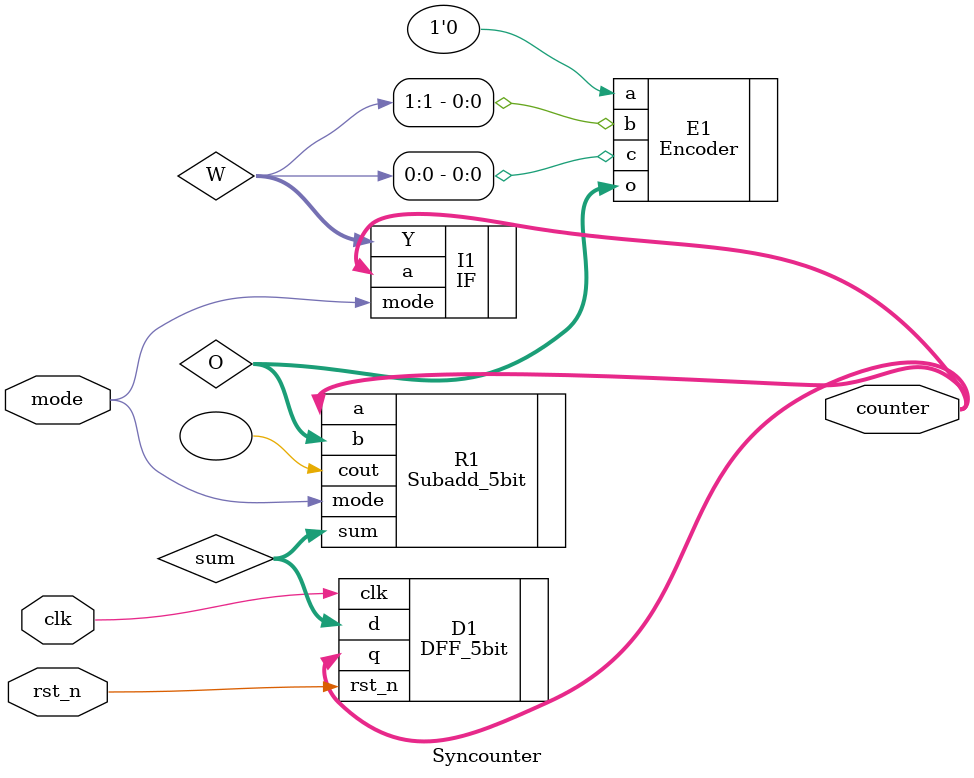
<source format=v>
`include "./IF.v"
`include "./Encoder.v"
`include "./DFF_5bit.v"
`include "./5bit_subadd.v"
`timescale 1ns/10ps

module Syncounter(mode, clk, rst_n, counter);
input mode, clk, rst_n; // mode = 0: count 0 -> 30, mode = 1: count 30 -> 0
output [4:0] counter;
wire [4:0] sum, O; 
wire [1:0] W;

IF I1(
    .a(counter),
    .mode(mode),
    .Y(W)
);

Encoder E1(
    .a(1'b0),
    .b(W[1]),
    .c(W[0]),
    .o(O)
);

DFF_5bit D1(
    .q(counter),
    .d(sum),
    .clk(clk),
    .rst_n(rst_n)
);

Subadd_5bit R1(
    .a(counter), 
    .b(O), 
    .mode(mode), 
    .sum(sum), 
    .cout()
);



// Carrylookahead C1(
//     .a(counter),
//     .b(5'b1), // mode = 1: -1, mode = 0: +1
//     .cin(mode),
//     .sum(sum),
//     .cout()
// );


endmodule
</source>
